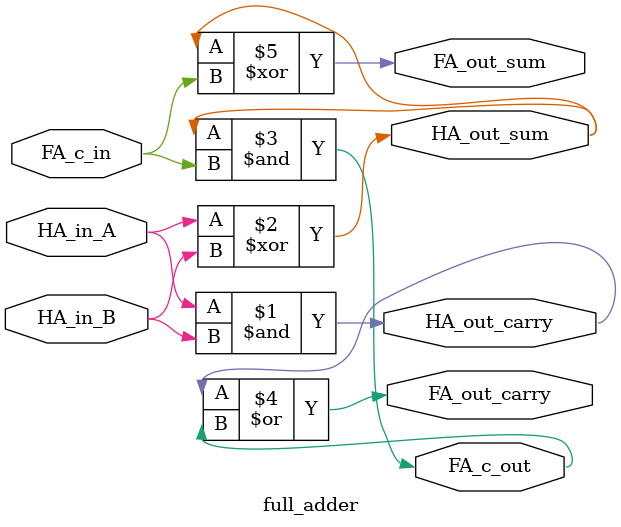
<source format=v>
module full_adder (
    HA_in_A,
    HA_in_B,
    HA_out_sum,
    HA_out_carry,
    FA_c_in,
    FA_c_out,
    FA_out_sum,
    FA_out_carry
);

  input HA_in_A;
  input HA_in_B;
  input FA_c_in;
  output HA_out_sum;
  output HA_out_carry;
  output FA_c_out;
  output FA_out_sum;
  output FA_out_carry;

  assign HA_out_carry = HA_in_A & HA_in_B;
  assign HA_out_sum = HA_in_A ^ HA_in_B;

  assign FA_c_out = HA_out_sum & FA_c_in;
  assign FA_out_carry = HA_out_carry | FA_c_out;
  assign FA_out_sum = HA_out_sum ^ FA_c_in;

endmodule

</source>
